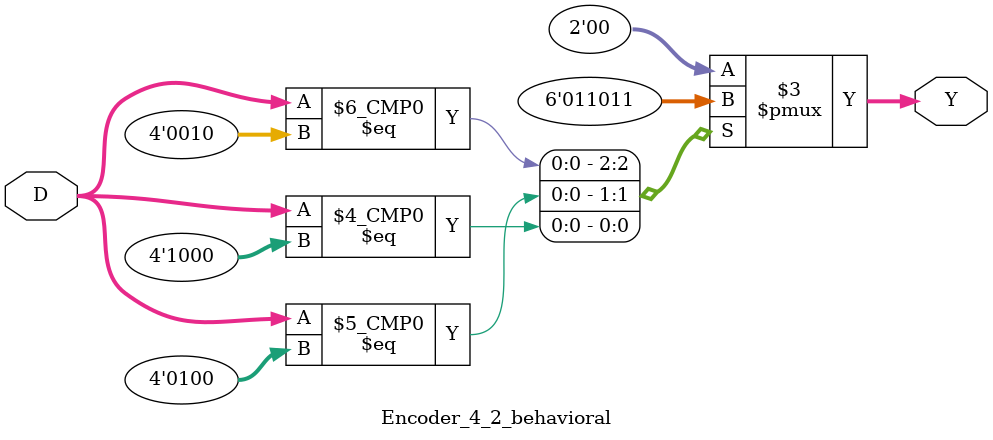
<source format=v>
module Encoder_4_2_behavioral(
  output reg [1:0] Y,
  input [3:0] D
);
  always @(*) begin
    case(D)
      4'b0001: Y = 2'b00;
      4'b0010: Y = 2'b01;
      4'b0100: Y = 2'b10;
      4'b1000: Y = 2'b11;
      default: Y = 2'b00;
    endcase
  end
endmodule

</source>
